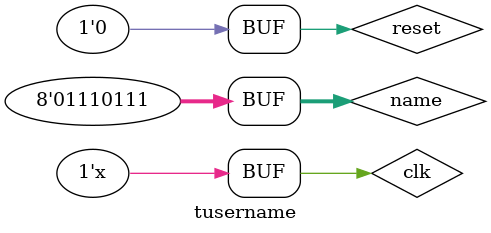
<source format=v>
`timescale 1ns / 1ps


module tusername;

	// Inputs
	reg [7:0] name;
	reg clk;
	reg reset;

	// Outputs
	wire out;

	// Instantiate the Unit Under Test (UUT)
	username uut (
		.name(name), 
		.clk(clk), 
		.reset(reset), 
		.out(out)
	);

	initial begin
		// Initialize Inputs
		name = 0;
		clk = 0;
		reset = 1;

		// Wait 100 ns for global reset to finish
		#100;
		#2 reset = 0;
		#2 name = "2";
		#2 name = "s";
		#2 name = " ";
		#2 name = ".";
		#2 name = "t";
		#2 name = "r";
		#2 name = "z";
		#2 name = ".";
		#2 name = "s";
		#2 name = "2";
		#2 name = "s";
		#2 name = ".";
		#2 name = "2";
		#2 name = "2";
		#2 name = "w";
        
		// Add stimulus here

	end
	
	always #1 clk = ~clk;
      
endmodule


</source>
